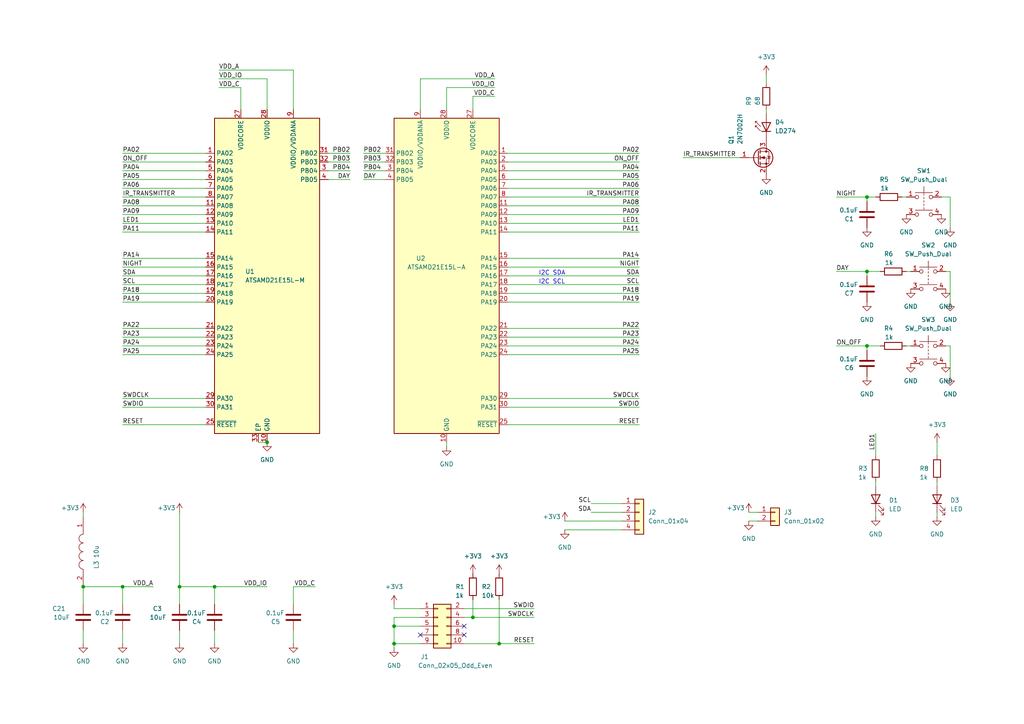
<source format=kicad_sch>
(kicad_sch (version 20211123) (generator eeschema)
  (paper "A4")
  (lib_symbols
    (symbol "Connector_Generic:Conn_01x02" (pin_names (offset 1.016) hide)
      (property "Reference" "J" (at 0 2.54 0))
      (property "Value" "Conn_01x02" (at 0 -5.08 0))
      (symbol "Conn_01x02_1_1"
        (rectangle (start -1.27 -2.413) (end 0 -2.667) (stroke (width 0.1524)))
        (rectangle (start -1.27 0.127) (end 0 -0.127) (stroke (width 0.1524)))
        (rectangle (start -1.27 1.27) (end 1.27 -3.81) (stroke (width 0.254)) (fill (type background)))
        (pin passive line (at -5.08 0 0) (length 3.81) (name "Pin_1") (number "1"))
        (pin passive line (at -5.08 -2.54 0) (length 3.81) (name "Pin_2") (number "2"))
      )
    )
    (symbol "Connector_Generic:Conn_01x04" (pin_names (offset 1.016) hide)
      (property "Reference" "J" (at 0 5.08 0))
      (property "Value" "Conn_01x04" (at 0 -7.62 0))
      (symbol "Conn_01x04_1_1"
        (rectangle (start -1.27 -4.953) (end 0 -5.207) (stroke (width 0.1524)))
        (rectangle (start -1.27 -2.413) (end 0 -2.667) (stroke (width 0.1524)))
        (rectangle (start -1.27 0.127) (end 0 -0.127) (stroke (width 0.1524)))
        (rectangle (start -1.27 2.667) (end 0 2.413) (stroke (width 0.1524)))
        (rectangle (start -1.27 3.81) (end 1.27 -6.35) (stroke (width 0.254)) (fill (type background)))
        (pin passive line (at -5.08 2.54 0) (length 3.81) (name "Pin_1") (number "1"))
        (pin passive line (at -5.08 0 0) (length 3.81) (name "Pin_2") (number "2"))
        (pin passive line (at -5.08 -2.54 0) (length 3.81) (name "Pin_3") (number "3"))
        (pin passive line (at -5.08 -5.08 0) (length 3.81) (name "Pin_4") (number "4"))
      )
    )
    (symbol "Connector_Generic:Conn_02x05_Odd_Even" (pin_names (offset 1.016) hide)
      (property "Reference" "J" (at 1.27 7.62 0))
      (property "Value" "Conn_02x05_Odd_Even" (at 1.27 -7.62 0))
      (symbol "Conn_02x05_Odd_Even_1_1"
        (rectangle (start -1.27 -4.953) (end 0 -5.207) (stroke (width 0.1524)))
        (rectangle (start -1.27 -2.413) (end 0 -2.667) (stroke (width 0.1524)))
        (rectangle (start -1.27 0.127) (end 0 -0.127) (stroke (width 0.1524)))
        (rectangle (start -1.27 2.667) (end 0 2.413) (stroke (width 0.1524)))
        (rectangle (start -1.27 5.207) (end 0 4.953) (stroke (width 0.1524)))
        (rectangle (start -1.27 6.35) (end 3.81 -6.35) (stroke (width 0.254)) (fill (type background)))
        (rectangle (start 3.81 -4.953) (end 2.54 -5.207) (stroke (width 0.1524)))
        (rectangle (start 3.81 -2.413) (end 2.54 -2.667) (stroke (width 0.1524)))
        (rectangle (start 3.81 0.127) (end 2.54 -0.127) (stroke (width 0.1524)))
        (rectangle (start 3.81 2.667) (end 2.54 2.413) (stroke (width 0.1524)))
        (rectangle (start 3.81 5.207) (end 2.54 4.953) (stroke (width 0.1524)))
        (pin passive line (at -5.08 5.08 0) (length 3.81) (name "Pin_1") (number "1"))
        (pin passive line (at 7.62 -5.08 180) (length 3.81) (name "Pin_10") (number "10"))
        (pin passive line (at 7.62 5.08 180) (length 3.81) (name "Pin_2") (number "2"))
        (pin passive line (at -5.08 2.54 0) (length 3.81) (name "Pin_3") (number "3"))
        (pin passive line (at 7.62 2.54 180) (length 3.81) (name "Pin_4") (number "4"))
        (pin passive line (at -5.08 0 0) (length 3.81) (name "Pin_5") (number "5"))
        (pin passive line (at 7.62 0 180) (length 3.81) (name "Pin_6") (number "6"))
        (pin passive line (at -5.08 -2.54 0) (length 3.81) (name "Pin_7") (number "7"))
        (pin passive line (at 7.62 -2.54 180) (length 3.81) (name "Pin_8") (number "8"))
        (pin passive line (at -5.08 -5.08 0) (length 3.81) (name "Pin_9") (number "9"))
      )
    )
    (symbol "Device:C" (pin_numbers hide) (pin_names (offset 0.254))
      (property "Reference" "C" (at 0.635 2.54 0))
      (property "Value" "C" (at 0.635 -2.54 0))
      (symbol "C_0_1"
        (polyline (pts (xy -2.032 -0.762) (xy 2.032 -0.762)) (stroke (width 0.508)))
        (polyline (pts (xy -2.032 0.762) (xy 2.032 0.762)) (stroke (width 0.508)))
      )
      (symbol "C_1_1"
        (pin passive line (at 0 3.81 270) (length 2.794) (name "~") (number "1"))
        (pin passive line (at 0 -3.81 90) (length 2.794) (name "~") (number "2"))
      )
    )
    (symbol "Device:LED" (pin_numbers hide) (pin_names (offset 1.016) hide)
      (property "Reference" "D" (at 0 2.54 0))
      (property "Value" "LED" (at 0 -2.54 0))
      (symbol "LED_0_1"
        (polyline (pts (xy -1.27 -1.27) (xy -1.27 1.27)) (stroke (width 0.254)))
        (polyline (pts (xy -1.27 0) (xy 1.27 0)))
        (polyline (pts (xy 1.27 -1.27) (xy 1.27 1.27) (xy -1.27 0) (xy 1.27 -1.27)) (stroke (width 0.254)))
        (polyline (pts (xy -3.048 -0.762) (xy -4.572 -2.286) (xy -3.81 -2.286) (xy -4.572 -2.286) (xy -4.572 -1.524)))
        (polyline (pts (xy -1.778 -0.762) (xy -3.302 -2.286) (xy -2.54 -2.286) (xy -3.302 -2.286) (xy -3.302 -1.524)))
      )
      (symbol "LED_1_1"
        (pin passive line (at -3.81 0 0) (length 2.54) (name "K") (number "1"))
        (pin passive line (at 3.81 0 180) (length 2.54) (name "A") (number "2"))
      )
    )
    (symbol "Device:R" (pin_numbers hide) (pin_names (offset 0))
      (property "Reference" "R" (at 2.032 0 90))
      (property "Value" "R" (at 0 0 90))
      (symbol "R_0_1"
        (rectangle (start -1.016 -2.54) (end 1.016 2.54) (stroke (width 0.254)))
      )
      (symbol "R_1_1"
        (pin passive line (at 0 3.81 270) (length 1.27) (name "~") (number "1"))
        (pin passive line (at 0 -3.81 90) (length 1.27) (name "~") (number "2"))
      )
    )
    (symbol "LED:LD274" (pin_numbers hide) (pin_names (offset 1.016) hide)
      (property "Reference" "D" (at 0.508 1.778 0))
      (property "Value" "LD274" (at -1.016 -2.794 0))
      (symbol "LD274_0_1"
        (polyline (pts (xy -2.54 1.27) (xy -2.54 -1.27)) (stroke (width 0.254)))
        (polyline (pts (xy 0 0) (xy -2.54 0)))
        (polyline (pts (xy 0.381 3.175) (xy -0.127 3.175)))
        (polyline (pts (xy -1.143 1.651) (xy 0.381 3.175) (xy 0.381 2.667)))
        (polyline (pts (xy 0 -1.27) (xy -2.54 0) (xy 0 1.27) (xy 0 -1.27)) (stroke (width 0.254)))
        (polyline (pts (xy -2.413 1.651) (xy -0.889 3.175) (xy -0.889 2.667) (xy -0.889 3.175) (xy -1.397 3.175)))
      )
      (symbol "LD274_1_1"
        (pin passive line (at -5.08 0 0) (length 2.54) (name "K") (number "1"))
        (pin passive line (at 2.54 0 180) (length 2.54) (name "A") (number "2"))
      )
    )
    (symbol "MCU_Microchip_SAMD:ATSAMD21E15L-A"
      (property "Reference" "U" (at 0 2.54 0))
      (property "Value" "ATSAMD21E15L-A" (at 0 -2.54 0))
      (symbol "ATSAMD21E15L-A_1_1"
        (rectangle (start -15.24 45.72) (end 15.24 -45.72) (stroke (width 0.254)) (fill (type background)))
        (pin bidirectional line (at -17.78 35.56 0) (length 2.54) (name "PA02") (number "1"))
        (pin power_in line (at 0 -48.26 90) (length 2.54) (name "GND") (number "10"))
        (pin bidirectional line (at -17.78 20.32 0) (length 2.54) (name "PA08") (number "11"))
        (pin bidirectional line (at -17.78 17.78 0) (length 2.54) (name "PA09") (number "12"))
        (pin bidirectional line (at -17.78 15.24 0) (length 2.54) (name "PA10") (number "13"))
        (pin bidirectional line (at -17.78 12.7 0) (length 2.54) (name "PA11") (number "14"))
        (pin bidirectional line (at -17.78 5.08 0) (length 2.54) (name "PA14") (number "15"))
        (pin bidirectional line (at -17.78 2.54 0) (length 2.54) (name "PA15") (number "16"))
        (pin bidirectional line (at -17.78 0 0) (length 2.54) (name "PA16") (number "17"))
        (pin bidirectional line (at -17.78 -2.54 0) (length 2.54) (name "PA17") (number "18"))
        (pin bidirectional line (at -17.78 -5.08 0) (length 2.54) (name "PA18") (number "19"))
        (pin bidirectional line (at -17.78 33.02 0) (length 2.54) (name "PA03") (number "2"))
        (pin bidirectional line (at -17.78 -7.62 0) (length 2.54) (name "PA19") (number "20"))
        (pin bidirectional line (at -17.78 -15.24 0) (length 2.54) (name "PA22") (number "21"))
        (pin bidirectional line (at -17.78 -17.78 0) (length 2.54) (name "PA23") (number "22"))
        (pin bidirectional line (at -17.78 -20.32 0) (length 2.54) (name "PA24") (number "23"))
        (pin bidirectional line (at -17.78 -22.86 0) (length 2.54) (name "PA25") (number "24"))
        (pin input line (at -17.78 -43.18 0) (length 2.54) (name "~{RESET}") (number "25"))
        (pin passive line (at 0 -48.26 90) (length 2.54) hide (name "GND") (number "26"))
        (pin power_out line (at -7.62 48.26 270) (length 2.54) (name "VDDCORE") (number "27"))
        (pin power_in line (at 0 48.26 270) (length 2.54) (name "VDDIO") (number "28"))
        (pin bidirectional line (at -17.78 -35.56 0) (length 2.54) (name "PA30") (number "29"))
        (pin bidirectional line (at 17.78 30.48 180) (length 2.54) (name "PB04") (number "3"))
        (pin bidirectional line (at -17.78 -38.1 0) (length 2.54) (name "PA31") (number "30"))
        (pin bidirectional line (at 17.78 35.56 180) (length 2.54) (name "PB02") (number "31"))
        (pin bidirectional line (at 17.78 33.02 180) (length 2.54) (name "PB03") (number "32"))
        (pin bidirectional line (at 17.78 27.94 180) (length 2.54) (name "PB05") (number "4"))
        (pin bidirectional line (at -17.78 30.48 0) (length 2.54) (name "PA04") (number "5"))
        (pin bidirectional line (at -17.78 27.94 0) (length 2.54) (name "PA05") (number "6"))
        (pin bidirectional line (at -17.78 25.4 0) (length 2.54) (name "PA06") (number "7"))
        (pin bidirectional line (at -17.78 22.86 0) (length 2.54) (name "PA07") (number "8"))
        (pin power_in line (at 7.62 48.26 270) (length 2.54) (name "VDDIO/VDDANA") (number "9"))
      )
    )
    (symbol "MCU_Microchip_SAMD:ATSAMD21E15L-M"
      (property "Reference" "U" (at 0 2.54 0))
      (property "Value" "ATSAMD21E15L-M" (at 0 -2.54 0))
      (symbol "ATSAMD21E15L-M_1_1"
        (rectangle (start -15.24 45.72) (end 15.24 -45.72) (stroke (width 0.254)) (fill (type background)))
        (pin bidirectional line (at -17.78 35.56 0) (length 2.54) (name "PA02") (number "1"))
        (pin power_in line (at 0 -48.26 90) (length 2.54) (name "GND") (number "10"))
        (pin bidirectional line (at -17.78 20.32 0) (length 2.54) (name "PA08") (number "11"))
        (pin bidirectional line (at -17.78 17.78 0) (length 2.54) (name "PA09") (number "12"))
        (pin bidirectional line (at -17.78 15.24 0) (length 2.54) (name "PA10") (number "13"))
        (pin bidirectional line (at -17.78 12.7 0) (length 2.54) (name "PA11") (number "14"))
        (pin bidirectional line (at -17.78 5.08 0) (length 2.54) (name "PA14") (number "15"))
        (pin bidirectional line (at -17.78 2.54 0) (length 2.54) (name "PA15") (number "16"))
        (pin bidirectional line (at -17.78 0 0) (length 2.54) (name "PA16") (number "17"))
        (pin bidirectional line (at -17.78 -2.54 0) (length 2.54) (name "PA17") (number "18"))
        (pin bidirectional line (at -17.78 -5.08 0) (length 2.54) (name "PA18") (number "19"))
        (pin bidirectional line (at -17.78 33.02 0) (length 2.54) (name "PA03") (number "2"))
        (pin bidirectional line (at -17.78 -7.62 0) (length 2.54) (name "PA19") (number "20"))
        (pin bidirectional line (at -17.78 -15.24 0) (length 2.54) (name "PA22") (number "21"))
        (pin bidirectional line (at -17.78 -17.78 0) (length 2.54) (name "PA23") (number "22"))
        (pin bidirectional line (at -17.78 -20.32 0) (length 2.54) (name "PA24") (number "23"))
        (pin bidirectional line (at -17.78 -22.86 0) (length 2.54) (name "PA25") (number "24"))
        (pin input line (at -17.78 -43.18 0) (length 2.54) (name "~{RESET}") (number "25"))
        (pin passive line (at 0 -48.26 90) (length 2.54) hide (name "GND") (number "26"))
        (pin power_out line (at -7.62 48.26 270) (length 2.54) (name "VDDCORE") (number "27"))
        (pin power_in line (at 0 48.26 270) (length 2.54) (name "VDDIO") (number "28"))
        (pin bidirectional line (at -17.78 -35.56 0) (length 2.54) (name "PA30") (number "29"))
        (pin bidirectional line (at 17.78 30.48 180) (length 2.54) (name "PB04") (number "3"))
        (pin bidirectional line (at -17.78 -38.1 0) (length 2.54) (name "PA31") (number "30"))
        (pin bidirectional line (at 17.78 35.56 180) (length 2.54) (name "PB02") (number "31"))
        (pin bidirectional line (at 17.78 33.02 180) (length 2.54) (name "PB03") (number "32"))
        (pin passive line (at -2.54 -48.26 90) (length 2.54) (name "EP") (number "33"))
        (pin bidirectional line (at 17.78 27.94 180) (length 2.54) (name "PB05") (number "4"))
        (pin bidirectional line (at -17.78 30.48 0) (length 2.54) (name "PA04") (number "5"))
        (pin bidirectional line (at -17.78 27.94 0) (length 2.54) (name "PA05") (number "6"))
        (pin bidirectional line (at -17.78 25.4 0) (length 2.54) (name "PA06") (number "7"))
        (pin bidirectional line (at -17.78 22.86 0) (length 2.54) (name "PA07") (number "8"))
        (pin power_in line (at 7.62 48.26 270) (length 2.54) (name "VDDIO/VDDANA") (number "9"))
      )
    )
    (symbol "SamacSys_Parts:LQM21DH100M70L" (pin_names (offset 0.762))
      (property "Reference" "L" (at 16.51 6.35 0))
      (property "Value" "LQM21DH100M70L" (at 16.51 3.81 0))
      (symbol "LQM21DH100M70L_0_0"
        (pin passive line (at 0 0 0) (length 5.08) (name "~") (number "1"))
        (pin passive line (at 20.32 0 180) (length 5.08) (name "~") (number "2"))
      )
      (symbol "LQM21DH100M70L_0_1"
        (arc (start 5.08 0) (mid 6.35 -1.3218) (end 7.62 0) (stroke (width 0.1524)))
        (arc (start 7.62 0) (mid 8.89 -1.3218) (end 10.16 0) (stroke (width 0.1524)))
        (arc (start 10.16 0) (mid 11.43 -1.3218) (end 12.7 0) (stroke (width 0.1524)))
        (arc (start 12.7 0) (mid 13.97 -1.3218) (end 15.24 0) (stroke (width 0.1524)))
      )
    )
    (symbol "Switch:SW_Push_Dual" (pin_names (offset 1.016) hide)
      (property "Reference" "SW" (at 1.27 2.54 0))
      (property "Value" "SW_Push_Dual" (at 0 -6.858 0))
      (symbol "SW_Push_Dual_0_1"
        (circle (center -2.032 -5.08) (radius 0.508))
        (circle (center -2.032 0) (radius 0.508))
        (polyline (pts (xy 0 -3.048) (xy 0 -3.556)))
        (polyline (pts (xy 0 -2.032) (xy 0 -2.54)))
        (polyline (pts (xy 0 -1.524) (xy 0 -1.016)))
        (polyline (pts (xy 0 -0.508) (xy 0 0)))
        (polyline (pts (xy 0 0.508) (xy 0 1.016)))
        (polyline (pts (xy 0 1.27) (xy 0 3.048)))
        (polyline (pts (xy 2.54 -3.81) (xy -2.54 -3.81)))
        (polyline (pts (xy 2.54 1.27) (xy -2.54 1.27)))
        (circle (center 2.032 -5.08) (radius 0.508))
        (circle (center 2.032 0) (radius 0.508))
        (pin passive line (at -5.08 0 0) (length 2.54) (name "1") (number "1"))
        (pin passive line (at 5.08 0 180) (length 2.54) (name "2") (number "2"))
        (pin passive line (at -5.08 -5.08 0) (length 2.54) (name "3") (number "3"))
        (pin passive line (at 5.08 -5.08 180) (length 2.54) (name "4") (number "4"))
      )
    )
    (symbol "Transistor_FET:2N7002H" (pin_names hide)
      (property "Reference" "Q" (at 5.08 1.905 0))
      (property "Value" "2N7002H" (at 5.08 0 0))
      (symbol "2N7002H_0_1"
        (polyline (pts (xy 0.254 0) (xy -2.54 0)))
        (polyline (pts (xy 0.254 1.905) (xy 0.254 -1.905)) (stroke (width 0.254)))
        (polyline (pts (xy 0.762 -1.27) (xy 0.762 -2.286)) (stroke (width 0.254)))
        (polyline (pts (xy 0.762 0.508) (xy 0.762 -0.508)) (stroke (width 0.254)))
        (polyline (pts (xy 0.762 2.286) (xy 0.762 1.27)) (stroke (width 0.254)))
        (polyline (pts (xy 2.54 2.54) (xy 2.54 1.778)))
        (polyline (pts (xy 2.54 -2.54) (xy 2.54 0) (xy 0.762 0)))
        (polyline (pts (xy 0.762 -1.778) (xy 3.302 -1.778) (xy 3.302 1.778) (xy 0.762 1.778)))
        (polyline (pts (xy 1.016 0) (xy 2.032 0.381) (xy 2.032 -0.381) (xy 1.016 0)) (fill (type outline)))
        (polyline (pts (xy 2.794 0.508) (xy 2.921 0.381) (xy 3.683 0.381) (xy 3.81 0.254)))
        (polyline (pts (xy 3.302 0.381) (xy 2.921 -0.254) (xy 3.683 -0.254) (xy 3.302 0.381)))
        (circle (center 1.651 0) (radius 2.794) (stroke (width 0.254)))
        (circle (center 2.54 -1.778) (radius 0.254) (fill (type outline)))
        (circle (center 2.54 1.778) (radius 0.254) (fill (type outline)))
      )
      (symbol "2N7002H_1_1"
        (pin input line (at -5.08 0 0) (length 2.54) (name "G") (number "1"))
        (pin passive line (at 2.54 -5.08 90) (length 2.54) (name "S") (number "2"))
        (pin passive line (at 2.54 5.08 270) (length 2.54) (name "D") (number "3"))
      )
    )
    (symbol "power:+3V3" (power) (pin_names (offset 0))
      (property "Value" "+3V3" (at 0 3.556 0))
      (symbol "+3V3_0_1"
        (polyline (pts (xy -0.762 1.27) (xy 0 2.54)))
        (polyline (pts (xy 0 0) (xy 0 2.54)))
        (polyline (pts (xy 0 2.54) (xy 0.762 1.27)))
      )
      (symbol "+3V3_1_1"
        (pin power_in line (at 0 0 90) (length 0) hide (name "+3V3") (number "1"))
      )
    )
    (symbol "power:GND" (power) (pin_names (offset 0))
      (property "Value" "GND" (at 0 -3.81 0))
      (symbol "GND_0_1"
        (polyline (pts (xy 0 0) (xy 0 -1.27) (xy 1.27 -1.27) (xy 0 -2.54) (xy -1.27 -1.27) (xy 0 -1.27)))
      )
      (symbol "GND_1_1"
        (pin power_in line (at 0 0 270) (length 0) hide (name "GND") (number "1"))
      )
    )
  )
  (junction (at 144.78 186.69))
  (junction (at 137.16 179.07))
  (junction (at 62.23 170.18))
  (junction (at 114.3 181.61))
  (junction (at 251.46 57.15))
  (junction (at 114.3 186.69))
  (junction (at 24.13 170.18))
  (junction (at 251.46 100.33))
  (junction (at 251.46 78.74))
  (junction (at 52.07 170.18))
  (junction (at 77.47 128.27))
  (junction (at 35.56 170.18))
  (no_connect (at 121.92 184.15))
  (no_connect (at 134.62 181.61))
  (no_connect (at 134.62 184.15))
  (wire (pts (xy 144.78 173.99) (xy 144.78 186.69)))
  (wire (pts (xy 35.56 54.61) (xy 59.69 54.61)))
  (wire (pts (xy 52.07 148.59) (xy 52.07 170.18)))
  (wire (pts (xy 147.32 85.09) (xy 185.42 85.09)))
  (wire (pts (xy 147.32 123.19) (xy 185.42 123.19)))
  (wire (pts (xy 35.56 57.15) (xy 59.69 57.15)))
  (wire (pts (xy 171.45 146.05) (xy 180.34 146.05)))
  (wire (pts (xy 171.45 148.59) (xy 180.34 148.59)))
  (wire (pts (xy 35.56 100.33) (xy 59.69 100.33)))
  (wire (pts (xy 85.09 182.88) (xy 85.09 186.69)))
  (wire (pts (xy 275.59 57.15) (xy 275.59 66.04)))
  (wire (pts (xy 251.46 58.42) (xy 251.46 57.15)))
  (wire (pts (xy 147.32 64.77) (xy 185.42 64.77)))
  (wire (pts (xy 114.3 175.26) (xy 114.3 176.53)))
  (wire (pts (xy 242.57 57.15) (xy 251.46 57.15)))
  (wire (pts (xy 222.25 31.75) (xy 222.25 33.02)))
  (wire (pts (xy 95.25 44.45) (xy 101.6 44.45)))
  (wire (pts (xy 35.56 59.69) (xy 59.69 59.69)))
  (wire (pts (xy 242.57 78.74) (xy 251.46 78.74)))
  (wire (pts (xy 111.76 44.45) (xy 105.41 44.45)))
  (wire (pts (xy 35.56 82.55) (xy 59.69 82.55)))
  (wire (pts (xy 274.32 100.33) (xy 275.59 100.33)))
  (wire (pts (xy 24.13 148.59) (xy 24.13 149.86)))
  (wire (pts (xy 35.56 64.77) (xy 59.69 64.77)))
  (wire (pts (xy 114.3 176.53) (xy 121.92 176.53)))
  (wire (pts (xy 275.59 78.74) (xy 274.32 78.74)))
  (wire (pts (xy 77.47 22.86) (xy 63.5 22.86)))
  (wire (pts (xy 147.32 97.79) (xy 185.42 97.79)))
  (wire (pts (xy 114.3 186.69) (xy 121.92 186.69)))
  (wire (pts (xy 24.13 182.88) (xy 24.13 186.69)))
  (wire (pts (xy 251.46 100.33) (xy 255.27 100.33)))
  (wire (pts (xy 35.56 115.57) (xy 59.69 115.57)))
  (wire (pts (xy 35.56 87.63) (xy 59.69 87.63)))
  (wire (pts (xy 254 148.59) (xy 254 149.86)))
  (wire (pts (xy 147.32 100.33) (xy 185.42 100.33)))
  (wire (pts (xy 24.13 170.18) (xy 35.56 170.18)))
  (wire (pts (xy 62.23 175.26) (xy 62.23 170.18)))
  (wire (pts (xy 134.62 186.69) (xy 144.78 186.69)))
  (wire (pts (xy 147.32 54.61) (xy 185.42 54.61)))
  (wire (pts (xy 134.62 176.53) (xy 154.94 176.53)))
  (wire (pts (xy 35.56 49.53) (xy 59.69 49.53)))
  (wire (pts (xy 271.78 139.7) (xy 271.78 140.97)))
  (wire (pts (xy 254 139.7) (xy 254 140.97)))
  (wire (pts (xy 147.32 87.63) (xy 185.42 87.63)))
  (wire (pts (xy 63.5 25.4) (xy 69.85 25.4)))
  (wire (pts (xy 198.12 45.72) (xy 214.63 45.72)))
  (wire (pts (xy 262.89 78.74) (xy 264.16 78.74)))
  (wire (pts (xy 144.78 186.69) (xy 154.94 186.69)))
  (wire (pts (xy 121.92 31.75) (xy 121.92 22.86)))
  (wire (pts (xy 275.59 87.63) (xy 275.59 78.74)))
  (wire (pts (xy 147.32 52.07) (xy 185.42 52.07)))
  (wire (pts (xy 35.56 186.69) (xy 35.56 182.88)))
  (wire (pts (xy 85.09 31.75) (xy 85.09 20.32)))
  (wire (pts (xy 85.09 175.26) (xy 85.09 170.18)))
  (wire (pts (xy 105.41 52.07) (xy 111.76 52.07)))
  (wire (pts (xy 217.17 148.59) (xy 219.71 148.59)))
  (wire (pts (xy 147.32 44.45) (xy 185.42 44.45)))
  (wire (pts (xy 35.56 118.11) (xy 59.69 118.11)))
  (wire (pts (xy 147.32 67.31) (xy 185.42 67.31)))
  (wire (pts (xy 95.25 49.53) (xy 101.6 49.53)))
  (wire (pts (xy 222.25 21.59) (xy 222.25 24.13)))
  (wire (pts (xy 254 125.73) (xy 254 132.08)))
  (wire (pts (xy 147.32 115.57) (xy 185.42 115.57)))
  (wire (pts (xy 35.56 46.99) (xy 59.69 46.99)))
  (wire (pts (xy 35.56 77.47) (xy 59.69 77.47)))
  (wire (pts (xy 271.78 148.59) (xy 271.78 149.86)))
  (wire (pts (xy 242.57 100.33) (xy 251.46 100.33)))
  (wire (pts (xy 35.56 74.93) (xy 59.69 74.93)))
  (wire (pts (xy 134.62 179.07) (xy 137.16 179.07)))
  (wire (pts (xy 163.83 153.67) (xy 180.34 153.67)))
  (wire (pts (xy 52.07 170.18) (xy 52.07 175.26)))
  (wire (pts (xy 251.46 78.74) (xy 255.27 78.74)))
  (wire (pts (xy 273.05 57.15) (xy 275.59 57.15)))
  (wire (pts (xy 35.56 123.19) (xy 59.69 123.19)))
  (wire (pts (xy 251.46 80.01) (xy 251.46 78.74)))
  (wire (pts (xy 35.56 67.31) (xy 59.69 67.31)))
  (wire (pts (xy 121.92 181.61) (xy 114.3 181.61)))
  (wire (pts (xy 129.54 31.75) (xy 129.54 25.4)))
  (wire (pts (xy 147.32 59.69) (xy 185.42 59.69)))
  (wire (pts (xy 147.32 118.11) (xy 185.42 118.11)))
  (wire (pts (xy 147.32 49.53) (xy 185.42 49.53)))
  (wire (pts (xy 185.42 46.99) (xy 147.32 46.99)))
  (wire (pts (xy 129.54 129.54) (xy 129.54 128.27)))
  (wire (pts (xy 114.3 179.07) (xy 114.3 181.61)))
  (wire (pts (xy 261.62 57.15) (xy 262.89 57.15)))
  (wire (pts (xy 271.78 128.27) (xy 271.78 132.08)))
  (wire (pts (xy 137.16 173.99) (xy 137.16 179.07)))
  (wire (pts (xy 185.42 62.23) (xy 147.32 62.23)))
  (wire (pts (xy 147.32 95.25) (xy 185.42 95.25)))
  (wire (pts (xy 137.16 179.07) (xy 154.94 179.07)))
  (wire (pts (xy 185.42 102.87) (xy 147.32 102.87)))
  (wire (pts (xy 251.46 57.15) (xy 254 57.15)))
  (wire (pts (xy 264.16 100.33) (xy 262.89 100.33)))
  (wire (pts (xy 35.56 44.45) (xy 59.69 44.45)))
  (wire (pts (xy 137.16 27.94) (xy 143.51 27.94)))
  (wire (pts (xy 147.32 57.15) (xy 185.42 57.15)))
  (wire (pts (xy 137.16 31.75) (xy 137.16 27.94)))
  (wire (pts (xy 85.09 170.18) (xy 91.44 170.18)))
  (wire (pts (xy 147.32 74.93) (xy 185.42 74.93)))
  (wire (pts (xy 35.56 95.25) (xy 59.69 95.25)))
  (wire (pts (xy 35.56 175.26) (xy 35.56 170.18)))
  (wire (pts (xy 77.47 31.75) (xy 77.47 22.86)))
  (wire (pts (xy 147.32 80.01) (xy 185.42 80.01)))
  (wire (pts (xy 52.07 170.18) (xy 62.23 170.18)))
  (wire (pts (xy 69.85 25.4) (xy 69.85 31.75)))
  (wire (pts (xy 74.93 128.27) (xy 77.47 128.27)))
  (wire (pts (xy 147.32 77.47) (xy 185.42 77.47)))
  (wire (pts (xy 163.83 151.13) (xy 180.34 151.13)))
  (wire (pts (xy 121.92 22.86) (xy 143.51 22.86)))
  (wire (pts (xy 35.56 97.79) (xy 59.69 97.79)))
  (wire (pts (xy 62.23 182.88) (xy 62.23 186.69)))
  (wire (pts (xy 35.56 85.09) (xy 59.69 85.09)))
  (wire (pts (xy 35.56 62.23) (xy 59.69 62.23)))
  (wire (pts (xy 114.3 186.69) (xy 114.3 187.96)))
  (wire (pts (xy 147.32 82.55) (xy 185.42 82.55)))
  (wire (pts (xy 35.56 170.18) (xy 44.45 170.18)))
  (wire (pts (xy 275.59 100.33) (xy 275.59 109.22)))
  (wire (pts (xy 251.46 101.6) (xy 251.46 100.33)))
  (wire (pts (xy 95.25 52.07) (xy 101.6 52.07)))
  (wire (pts (xy 52.07 182.88) (xy 52.07 186.69)))
  (wire (pts (xy 121.92 179.07) (xy 114.3 179.07)))
  (wire (pts (xy 114.3 181.61) (xy 114.3 186.69)))
  (wire (pts (xy 35.56 102.87) (xy 59.69 102.87)))
  (wire (pts (xy 95.25 46.99) (xy 101.6 46.99)))
  (wire (pts (xy 24.13 175.26) (xy 24.13 170.18)))
  (wire (pts (xy 105.41 49.53) (xy 111.76 49.53)))
  (wire (pts (xy 63.5 20.32) (xy 85.09 20.32)))
  (wire (pts (xy 129.54 25.4) (xy 143.51 25.4)))
  (wire (pts (xy 59.69 52.07) (xy 35.56 52.07)))
  (wire (pts (xy 111.76 46.99) (xy 105.41 46.99)))
  (wire (pts (xy 217.17 151.13) (xy 219.71 151.13)))
  (wire (pts (xy 35.56 80.01) (xy 59.69 80.01)))
  (wire (pts (xy 62.23 170.18) (xy 77.47 170.18)))
  (text "I2C SDA\n" (at 156.21 80.01 0) (effects (font (size 1.27 1.27)) (justify left bottom)))
  (text "I2C SCL\n" (at 156.21 82.55 0) (effects (font (size 1.27 1.27)) (justify left bottom)))
  (label "PB02" (at 101.6 44.45 180))
  (label "IR_TRANSMITTER" (at 198.12 45.72 0))
  (label "PA06" (at 185.42 54.61 180))
  (label "PB04" (at 101.6 49.53 180))
  (label "SDA" (at 185.42 80.01 180))
  (label "PA09" (at 185.42 62.23 180))
  (label "VDD_A" (at 44.45 170.18 180))
  (label "PA08" (at 185.42 59.69 180))
  (label "DAY" (at 242.57 78.74 0))
  (label "SWDCLK" (at 35.56 115.57 0))
  (label "RESET" (at 185.42 123.19 180))
  (label "PA25" (at 35.56 102.87 0))
  (label "PB03" (at 105.41 46.99 0))
  (label "LED1" (at 35.56 64.77 0))
  (label "VDD_C" (at 143.51 27.94 180))
  (label "PA23" (at 35.56 97.79 0))
  (label "SWDIO" (at 154.94 176.53 180))
  (label "SWDCLK" (at 185.42 115.57 180))
  (label "PA23" (at 185.42 97.79 180))
  (label "PA19" (at 35.56 87.63 0))
  (label "PA04" (at 35.56 49.53 0))
  (label "PA18" (at 35.56 85.09 0))
  (label "PA08" (at 35.56 59.69 0))
  (label "SDA" (at 35.56 80.01 0))
  (label "VDD_A" (at 63.5 20.32 0))
  (label "PA22" (at 35.56 95.25 0))
  (label "SDA" (at 171.45 148.59 180))
  (label "DAY" (at 105.41 52.07 0))
  (label "DAY" (at 101.6 52.07 180))
  (label "NIGHT" (at 242.57 57.15 0))
  (label "SWDCLK" (at 154.94 179.07 180))
  (label "VDD_IO" (at 63.5 22.86 0))
  (label "PA24" (at 35.56 100.33 0))
  (label "PA11" (at 35.56 67.31 0))
  (label "PA05" (at 185.42 52.07 180))
  (label "RESET" (at 35.56 123.19 0))
  (label "RESET" (at 154.94 186.69 180))
  (label "PA19" (at 185.42 87.63 180))
  (label "VDD_C" (at 63.5 25.4 0))
  (label "PA24" (at 185.42 100.33 180))
  (label "PA02" (at 35.56 44.45 0))
  (label "PA09" (at 35.56 62.23 0))
  (label "ON_OFF" (at 35.56 46.99 0))
  (label "VDD_IO" (at 77.47 170.18 180))
  (label "VDD_A" (at 143.51 22.86 180))
  (label "SCL" (at 185.42 82.55 180))
  (label "SCL" (at 171.45 146.05 180))
  (label "PB04" (at 105.41 49.53 0))
  (label "VDD_IO" (at 143.51 25.4 180))
  (label "PA18" (at 185.42 85.09 180))
  (label "PA14" (at 185.42 74.93 180))
  (label "IR_TRANSMITTER" (at 35.56 57.15 0))
  (label "PA25" (at 185.42 102.87 180))
  (label "SCL" (at 35.56 82.55 0))
  (label "ON_OFF" (at 185.42 46.99 180))
  (label "SWDIO" (at 185.42 118.11 180))
  (label "PA22" (at 185.42 95.25 180))
  (label "LED1" (at 254 125.73 270))
  (label "ON_OFF" (at 242.57 100.33 0))
  (label "PA04" (at 185.42 49.53 180))
  (label "IR_TRANSMITTER" (at 185.42 57.15 180))
  (label "PA02" (at 185.42 44.45 180))
  (label "VDD_C" (at 91.44 170.18 180))
  (label "PA05" (at 35.56 52.07 0))
  (label "PB03" (at 101.6 46.99 180))
  (label "NIGHT" (at 185.42 77.47 180))
  (label "PA14" (at 35.56 74.93 0))
  (label "PB02" (at 105.41 44.45 0))
  (label "NIGHT" (at 35.56 77.47 0))
  (label "LED1" (at 185.42 64.77 180))
  (label "PA06" (at 35.56 54.61 0))
  (label "PA11" (at 185.42 67.31 180))
  (label "SWDIO" (at 35.56 118.11 0))
  (symbol (lib_id "Switch:SW_Push_Dual") (at 267.97 57.15 0) (unit 1)
    (property "Reference" "SW1" (at 267.97 49.53 0))
    (property "Value" "SW_Push_Dual" (at 267.97 52.07 0))
    (property "Footprint" "SamacSys_Parts:Tlacitko" (effects hide))
  )
  (symbol (lib_id "power:GND") (at 273.05 62.23 0) (unit 1)
    (property "Reference" "#PWR0130" (effects hide))
    (property "Value" "GND" (at 273.05 67.31 0))
  )
  (symbol (lib_id "power:GND") (at 217.17 151.13 0) (unit 1)
    (property "Reference" "#PWR0128" (effects hide))
    (property "Value" "GND" (at 217.17 156.21 0))
  )
  (symbol (lib_id "power:GND") (at 274.32 105.41 0) (unit 1)
    (property "Reference" "#PWR0131" (effects hide))
    (property "Value" "GND" (at 274.32 110.49 0))
  )
  (symbol (lib_id "MCU_Microchip_SAMD:ATSAMD21E15L-M") (at 77.47 80.01 0) (unit 1)
    (property "Reference" "U1" (at 71.12 78.74 0) (effects (justify left)))
    (property "Value" "ATSAMD21E15L-M" (at 71.12 81.28 0) (effects (justify left)))
    (property "Footprint" "Package_DFN_QFN:QFN-32-1EP_5x5mm_P0.5mm_EP3.6x3.6mm" (effects hide))
    (property "Datasheet" "http://ww1.microchip.com/downloads/en/DeviceDoc/SAM_D21_DA1_Family_Data%20Sheet_DS40001882E.pdf" (effects hide))
  )
  (symbol (lib_id "Transistor_FET:2N7002H") (at 219.71 45.72 0) (unit 1)
    (property "Reference" "Q1" (at 212.09 41.91 90) (effects (justify left)))
    (property "Value" "2N7002H" (at 214.63 41.91 90) (effects (justify left)))
    (property "Footprint" "Package_TO_SOT_SMD:SOT-23" (effects hide))
    (property "Datasheet" "http://www.diodes.com/assets/Datasheets/2N7002H.pdf" (effects hide))
    (property "Shop" "https://cz.mouser.com/ProductDetail/Infineon-Technologies/2N7002H6327XTSA2?qs=OwbwYO03UsKhD7unS2LllQ%3D%3D" (effects hide))
  )
  (symbol (lib_id "power:GND") (at 114.3 187.96 0) (unit 1)
    (property "Reference" "#PWR0101" (effects hide))
    (property "Value" "GND" (at 114.3 193.04 0))
  )
  (symbol (lib_id "power:+3V3") (at 163.83 151.13 0) (unit 1)
    (property "Reference" "#PWR0126" (effects hide))
    (property "Value" "+3V3" (at 160.02 149.86 0))
  )
  (symbol (lib_id "Device:C") (at 251.46 83.82 180) (unit 1)
    (property "Reference" "C7" (at 247.65 85.09 0) (effects (justify left)))
    (property "Value" "0.1uF" (at 248.92 82.55 0) (effects (justify left)))
    (property "Footprint" "Capacitor_SMD:C_0402_1005Metric" (effects hide))
    (property "Shop" "https://cz.mouser.com/ProductDetail/TDK/C1005X7R1E104K050BB?qs=dfay7wIA1uG4zQgf5CEiiA%3D%3D" (effects hide))
  )
  (symbol (lib_id "Connector_Generic:Conn_02x05_Odd_Even") (at 127 181.61 0) (unit 1)
    (property "Reference" "J1" (at 123.19 190.5 0))
    (property "Value" "Conn_02x05_Odd_Even" (at 132.08 193.04 0))
    (property "Footprint" "Connector_PinHeader_1.27mm:PinHeader_2x05_P1.27mm_Vertical" (effects hide))
    (property "Shop" "https://cz.mouser.com/ProductDetail/Samtec/TFM-105-02-S-D-P-TR?qs=0lQeLiL1qyZkzU6Gp763VA%3D%3D" (effects hide))
  )
  (symbol (lib_id "power:GND") (at 271.78 149.86 0) (unit 1)
    (property "Reference" "#PWR0117" (effects hide))
    (property "Value" "GND" (at 271.78 154.94 0))
  )
  (symbol (lib_id "power:+3V3") (at 24.13 148.59 0) (unit 1)
    (property "Reference" "#PWR0113" (effects hide))
    (property "Value" "+3V3" (at 20.32 147.32 0))
  )
  (symbol (lib_id "power:+3V3") (at 144.78 166.37 0) (unit 1)
    (property "Reference" "#PWR0107" (effects hide))
    (property "Value" "+3V3" (at 144.78 161.29 0))
  )
  (symbol (lib_id "power:GND") (at 163.83 153.67 0) (unit 1)
    (property "Reference" "#PWR0127" (effects hide))
    (property "Value" "GND" (at 163.83 158.75 0))
  )
  (symbol (lib_id "Device:C") (at 85.09 179.07 180) (unit 1)
    (property "Reference" "C5" (at 81.28 180.34 0) (effects (justify left)))
    (property "Value" "0.1uF" (at 82.55 177.8 0) (effects (justify left)))
    (property "Footprint" "Capacitor_SMD:C_0402_1005Metric" (effects hide))
    (property "Shop" "https://cz.mouser.com/ProductDetail/TDK/C1005X7R1E104K050BB?qs=dfay7wIA1uG4zQgf5CEiiA%3D%3D" (effects hide))
  )
  (symbol (lib_id "Device:C") (at 35.56 179.07 180) (unit 1)
    (property "Reference" "C2" (at 31.75 180.34 0) (effects (justify left)))
    (property "Value" "0.1uF" (at 33.02 177.8 0) (effects (justify left)))
    (property "Footprint" "Capacitor_SMD:C_0402_1005Metric" (effects hide))
    (property "Shop" "https://cz.mouser.com/ProductDetail/TDK/C1005X7R1E104K050BB?qs=dfay7wIA1uG4zQgf5CEiiA%3D%3D" (effects hide))
  )
  (symbol (lib_id "Device:R") (at 259.08 78.74 90) (unit 1)
    (property "Reference" "R6" (at 259.08 73.66 90) (effects (justify left)))
    (property "Value" "1k" (at 259.08 76.2 90) (effects (justify left)))
    (property "Footprint" "Resistor_SMD:R_0402_1005Metric" (effects hide))
    (property "Shop" "https://cz.mouser.com/ProductDetail/Bourns/CR0402AFX-1001GLF?qs=GedFDFLaBXGtEgTtdRRFew%3D%3D" (effects hide))
  )
  (symbol (lib_id "MCU_Microchip_SAMD:ATSAMD21E15L-A") (at 129.54 80.01 0) (mirror y) (unit 1)
    (property "Reference" "U2" (at 120.65 74.93 0) (effects (justify right)))
    (property "Value" "ATSAMD21E15L-A" (at 118.11 77.47 0) (effects (justify right)))
    (property "Footprint" "Package_QFP:TQFP-32_7x7mm_P0.8mm" (effects hide))
    (property "Datasheet" "http://ww1.microchip.com/downloads/en/DeviceDoc/SAM_D21_DA1_Family_Data%20Sheet_DS40001882E.pdf" (effects hide))
    (property "Shop" "https://cz.mouser.com/ProductDetail/Microchip-Technology-Atmel/ATSAMD21E15L-AFT?qs=9KdFJXLqUo8WARyYvg5fJQ%3D%3D" (effects hide))
  )
  (symbol (lib_id "Device:R") (at 257.81 57.15 90) (unit 1)
    (property "Reference" "R5" (at 257.81 52.07 90) (effects (justify left)))
    (property "Value" "1k" (at 257.81 54.61 90) (effects (justify left)))
    (property "Footprint" "Resistor_SMD:R_0402_1005Metric" (effects hide))
    (property "Shop" "https://cz.mouser.com/ProductDetail/Bourns/CR0402AFX-1001GLF?qs=GedFDFLaBXGtEgTtdRRFew%3D%3D" (effects hide))
  )
  (symbol (lib_id "Device:C") (at 52.07 179.07 180) (unit 1)
    (property "Reference" "C3" (at 46.99 176.53 0) (effects (justify left)))
    (property "Value" "10uF" (at 48.26 179.07 0) (effects (justify left)))
    (property "Footprint" "Capacitor_SMD:C_0402_1005Metric" (effects hide))
    (property "Shop" "https://cz.mouser.com/ProductDetail/Murata-Electronics/GRM155R60J106ME15D?qs=I53XXhTNm8s65u6%252BR3mHqw%3D%3D" (effects hide))
  )
  (symbol (lib_id "Device:LED") (at 254 144.78 90) (unit 1)
    (property "Reference" "D1" (at 257.81 145.0974 90) (effects (justify right)))
    (property "Value" "LED" (at 257.81 147.6374 90) (effects (justify right)))
    (property "Footprint" "LED_SMD:LED_0402_1005Metric" (effects hide))
    (property "Shop" "https://cz.mouser.com/ProductDetail/ROHM-Semiconductor/SML-P11MTT86R?qs=Ei%2Fnxee9QYjTp1Nxjct8oA%3D%3D" (effects hide))
  )
  (symbol (lib_id "Switch:SW_Push_Dual") (at 269.24 100.33 0) (unit 1)
    (property "Reference" "SW3" (at 269.24 92.71 0))
    (property "Value" "SW_Push_Dual" (at 269.24 95.25 0))
    (property "Footprint" "SamacSys_Parts:Tlacitko" (effects hide))
  )
  (symbol (lib_id "power:GND") (at 275.59 109.22 0) (unit 1)
    (property "Reference" "#PWR0121" (effects hide))
    (property "Value" "GND" (at 275.59 114.3 0))
  )
  (symbol (lib_id "power:+3V3") (at 217.17 148.59 0) (unit 1)
    (property "Reference" "#PWR0129" (effects hide))
    (property "Value" "+3V3" (at 213.36 147.32 0))
  )
  (symbol (lib_id "Device:R") (at 271.78 135.89 0) (unit 1)
    (property "Reference" "R8" (at 266.7 135.89 0) (effects (justify left)))
    (property "Value" "1k" (at 266.7 138.43 0) (effects (justify left)))
    (property "Footprint" "Resistor_SMD:R_0402_1005Metric" (effects hide))
    (property "Shop" "https://cz.mouser.com/ProductDetail/Bourns/CR0402AFX-1001GLF?qs=GedFDFLaBXGtEgTtdRRFew%3D%3D" (effects hide))
  )
  (symbol (lib_id "power:GND") (at 85.09 186.69 0) (unit 1)
    (property "Reference" "#PWR0102" (effects hide))
    (property "Value" "GND" (at 85.09 191.77 0))
  )
  (symbol (lib_id "power:GND") (at 251.46 66.04 0) (unit 1)
    (property "Reference" "#PWR0123" (effects hide))
    (property "Value" "GND" (at 251.46 71.12 0))
  )
  (symbol (lib_id "power:+3V3") (at 222.25 21.59 0) (unit 1)
    (property "Reference" "#PWR0122" (effects hide))
    (property "Value" "+3V3" (at 222.25 16.51 0))
  )
  (symbol (lib_id "power:GND") (at 274.32 83.82 0) (unit 1)
    (property "Reference" "#PWR0133" (effects hide))
    (property "Value" "GND" (at 274.32 88.9 0))
  )
  (symbol (lib_id "power:GND") (at 35.56 186.69 0) (unit 1)
    (property "Reference" "#PWR0110" (effects hide))
    (property "Value" "GND" (at 35.56 191.77 0))
  )
  (symbol (lib_id "power:GND") (at 62.23 186.69 0) (unit 1)
    (property "Reference" "#PWR0104" (effects hide))
    (property "Value" "GND" (at 62.23 191.77 0))
  )
  (symbol (lib_id "LED:LD274") (at 222.25 35.56 90) (unit 1)
    (property "Reference" "D4" (at 224.79 35.4329 90) (effects (justify right)))
    (property "Value" "LD274" (at 224.79 37.9729 90) (effects (justify right)))
    (property "Footprint" "LED_THT:LED_D5.0mm_IRGrey" (effects hide))
    (property "Datasheet" "http://pdf.datasheetcatalog.com/datasheet/siemens/LD274.pdf" (effects hide))
  )
  (symbol (lib_id "power:GND") (at 24.13 186.69 0) (unit 1)
    (property "Reference" "#PWR0109" (effects hide))
    (property "Value" "GND" (at 24.13 191.77 0))
  )
  (symbol (lib_id "power:+3V3") (at 114.3 175.26 0) (unit 1)
    (property "Reference" "#PWR0105" (effects hide))
    (property "Value" "+3V3" (at 114.3 170.18 0))
  )
  (symbol (lib_id "power:GND") (at 251.46 87.63 0) (unit 1)
    (property "Reference" "#PWR0124" (effects hide))
    (property "Value" "GND" (at 251.46 92.71 0))
  )
  (symbol (lib_id "Device:LED") (at 271.78 144.78 90) (unit 1)
    (property "Reference" "D3" (at 275.59 145.0974 90) (effects (justify right)))
    (property "Value" "LED" (at 275.59 147.6374 90) (effects (justify right)))
    (property "Footprint" "LED_SMD:LED_0402_1005Metric" (effects hide))
    (property "Shop" "https://cz.mouser.com/ProductDetail/ROHM-Semiconductor/SML-P11MTT86R?qs=Ei%2Fnxee9QYjTp1Nxjct8oA%3D%3D" (effects hide))
  )
  (symbol (lib_id "power:GND") (at 251.46 109.22 0) (unit 1)
    (property "Reference" "#PWR0119" (effects hide))
    (property "Value" "GND" (at 251.46 114.3 0))
  )
  (symbol (lib_id "power:+3V3") (at 52.07 148.59 0) (unit 1)
    (property "Reference" "#PWR0111" (effects hide))
    (property "Value" "+3V3" (at 48.26 147.32 0))
  )
  (symbol (lib_id "SamacSys_Parts:LQM21DH100M70L") (at 24.13 149.86 270) (unit 1)
    (property "Reference" "L3" (at 27.94 163.83 0))
    (property "Value" "10u" (at 27.94 160.02 0))
    (property "Footprint" "LQM21DN220N00L" (effects hide))
    (property "Datasheet" "https://psearch.en.murata.com/inductor/product/LQM21DH100M70%23.html" (effects hide))
    (property "Description" "LQM21DH_70 Series Inductor 10uH +/-20% 0805 (2012)" (effects hide))
    (property "Height" "1.45" (effects hide))
    (property "Mouser Part Number" "81-LQM21DH100M70L" (effects hide))
    (property "Mouser Price/Stock" "https://www.mouser.co.uk/ProductDetail/Murata-Electronics/LQM21DH100M70L?qs=17u8i%2FzlE8%252Ba3UoYPUWcpQ%3D%3D" (effects hide))
    (property "Manufacturer_Name" "Murata Electronics" (effects hide))
    (property "Manufacturer_Part_Number" "LQM21DH100M70L" (effects hide))
    (property "Shop" "https://cz.mouser.com/ProductDetail/Murata-Electronics/LQM21DH100M70L?qs=17u8i%2FzlE8%252Ba3UoYPUWcpQ%3D%3D" (effects hide))
  )
  (symbol (lib_id "power:GND") (at 264.16 105.41 0) (unit 1)
    (property "Reference" "#PWR0132" (effects hide))
    (property "Value" "GND" (at 264.16 110.49 0))
  )
  (symbol (lib_id "power:GND") (at 254 149.86 0) (unit 1)
    (property "Reference" "#PWR0116" (effects hide))
    (property "Value" "GND" (at 254 154.94 0))
  )
  (symbol (lib_id "Device:R") (at 222.25 27.94 180) (unit 1)
    (property "Reference" "R9" (at 217.17 27.94 90) (effects (justify left)))
    (property "Value" "68" (at 219.71 27.94 90) (effects (justify left)))
    (property "Footprint" "Resistor_SMD:R_0402_1005Metric" (effects hide))
  )
  (symbol (lib_id "Connector_Generic:Conn_01x04") (at 185.42 148.59 0) (unit 1)
    (property "Reference" "J2" (at 187.96 148.5899 0) (effects (justify left)))
    (property "Value" "Conn_01x04" (at 187.96 151.1299 0) (effects (justify left)))
    (property "Footprint" "Connector_PinHeader_2.54mm:PinHeader_1x04_P2.54mm_Vertical" (effects hide))
  )
  (symbol (lib_id "power:+3V3") (at 137.16 166.37 0) (unit 1)
    (property "Reference" "#PWR0108" (effects hide))
    (property "Value" "+3V3" (at 137.16 161.29 0))
  )
  (symbol (lib_id "power:GND") (at 275.59 87.63 0) (unit 1)
    (property "Reference" "#PWR0120" (effects hide))
    (property "Value" "GND" (at 275.59 92.71 0))
  )
  (symbol (lib_id "Device:C") (at 251.46 62.23 180) (unit 1)
    (property "Reference" "C1" (at 247.65 63.5 0) (effects (justify left)))
    (property "Value" "0.1uF" (at 248.92 60.96 0) (effects (justify left)))
    (property "Footprint" "Capacitor_SMD:C_0402_1005Metric" (effects hide))
    (property "Shop" "https://cz.mouser.com/ProductDetail/TDK/C1005X7R1E104K050BB?qs=dfay7wIA1uG4zQgf5CEiiA%3D%3D" (effects hide))
  )
  (symbol (lib_id "power:GND") (at 129.54 129.54 0) (unit 1)
    (property "Reference" "#PWR0106" (effects hide))
    (property "Value" "GND" (at 129.54 134.62 0))
  )
  (symbol (lib_id "Device:R") (at 144.78 170.18 0) (unit 1)
    (property "Reference" "R2" (at 139.7 170.18 0) (effects (justify left)))
    (property "Value" "10k" (at 139.7 172.72 0) (effects (justify left)))
    (property "Footprint" "Resistor_SMD:R_0402_1005Metric" (effects hide))
    (property "Shop" "https://cz.mouser.com/ProductDetail/YAGEO/RC0402FR-0710KL?qs=I1mnnYJTTsxUoNwrUsQExA%3D%3D" (effects hide))
  )
  (symbol (lib_id "Device:R") (at 254 135.89 0) (unit 1)
    (property "Reference" "R3" (at 248.92 135.89 0) (effects (justify left)))
    (property "Value" "1k" (at 248.92 138.43 0) (effects (justify left)))
    (property "Footprint" "Resistor_SMD:R_0402_1005Metric" (effects hide))
    (property "Shop" "https://cz.mouser.com/ProductDetail/Bourns/CR0402AFX-1001GLF?qs=GedFDFLaBXGtEgTtdRRFew%3D%3D" (effects hide))
  )
  (symbol (lib_id "Device:C") (at 251.46 105.41 180) (unit 1)
    (property "Reference" "C6" (at 247.65 106.68 0) (effects (justify left)))
    (property "Value" "0.1uF" (at 248.92 104.14 0) (effects (justify left)))
    (property "Footprint" "Capacitor_SMD:C_0402_1005Metric" (effects hide))
    (property "Shop" "https://cz.mouser.com/ProductDetail/TDK/C1005X7R1E104K050BB?qs=dfay7wIA1uG4zQgf5CEiiA%3D%3D" (effects hide))
  )
  (symbol (lib_id "power:GND") (at 264.16 83.82 0) (unit 1)
    (property "Reference" "#PWR0134" (effects hide))
    (property "Value" "GND" (at 264.16 88.9 0))
  )
  (symbol (lib_id "power:GND") (at 52.07 186.69 0) (unit 1)
    (property "Reference" "#PWR0103" (effects hide))
    (property "Value" "GND" (at 52.07 191.77 0))
  )
  (symbol (lib_id "Connector_Generic:Conn_01x02") (at 224.79 148.59 0) (unit 1)
    (property "Reference" "J3" (at 227.33 148.5899 0) (effects (justify left)))
    (property "Value" "Conn_01x02" (at 227.33 151.1299 0) (effects (justify left)))
    (property "Footprint" "Connector_PinSocket_2.54mm:PinSocket_1x02_P2.54mm_Vertical" (effects hide))
  )
  (symbol (lib_id "Device:R") (at 259.08 100.33 90) (unit 1)
    (property "Reference" "R4" (at 259.08 95.25 90) (effects (justify left)))
    (property "Value" "1k" (at 259.08 97.79 90) (effects (justify left)))
    (property "Footprint" "Resistor_SMD:R_0402_1005Metric" (effects hide))
    (property "Shop" "https://cz.mouser.com/ProductDetail/Bourns/CR0402AFX-1001GLF?qs=GedFDFLaBXGtEgTtdRRFew%3D%3D" (effects hide))
  )
  (symbol (lib_id "power:GND") (at 222.25 50.8 0) (unit 1)
    (property "Reference" "#PWR0118" (effects hide))
    (property "Value" "GND" (at 222.25 55.88 0))
  )
  (symbol (lib_id "Switch:SW_Push_Dual") (at 269.24 78.74 0) (unit 1)
    (property "Reference" "SW2" (at 269.24 71.12 0))
    (property "Value" "SW_Push_Dual" (at 269.24 73.66 0))
    (property "Footprint" "SamacSys_Parts:Tlacitko" (effects hide))
  )
  (symbol (lib_id "Device:R") (at 137.16 170.18 0) (unit 1)
    (property "Reference" "R1" (at 132.08 170.18 0) (effects (justify left)))
    (property "Value" "1k" (at 132.08 172.72 0) (effects (justify left)))
    (property "Footprint" "Resistor_SMD:R_0402_1005Metric" (effects hide))
    (property "Shop" "https://cz.mouser.com/ProductDetail/Bourns/CR0402AFX-1001GLF?qs=GedFDFLaBXGtEgTtdRRFew%3D%3D" (effects hide))
  )
  (symbol (lib_id "power:GND") (at 262.89 62.23 0) (unit 1)
    (property "Reference" "#PWR0115" (effects hide))
    (property "Value" "GND" (at 262.89 67.31 0))
  )
  (symbol (lib_id "Device:C") (at 24.13 179.07 180) (unit 1)
    (property "Reference" "C21" (at 19.05 176.53 0) (effects (justify left)))
    (property "Value" "10uF" (at 20.32 179.07 0) (effects (justify left)))
    (property "Footprint" "Capacitor_SMD:C_0402_1005Metric" (effects hide))
    (property "Shop" "https://cz.mouser.com/ProductDetail/Murata-Electronics/GRM155R60J106ME15D?qs=I53XXhTNm8s65u6%252BR3mHqw%3D%3D" (effects hide))
  )
  (symbol (lib_id "power:+3V3") (at 271.78 128.27 0) (unit 1)
    (property "Reference" "#PWR0114" (effects hide))
    (property "Value" "+3V3" (at 271.78 123.19 0))
  )
  (symbol (lib_id "power:GND") (at 77.47 128.27 0) (unit 1)
    (property "Reference" "#PWR0112" (effects hide))
    (property "Value" "GND" (at 77.47 133.35 0))
  )
  (symbol (lib_id "Device:C") (at 62.23 179.07 180) (unit 1)
    (property "Reference" "C4" (at 58.42 180.34 0) (effects (justify left)))
    (property "Value" "0.1uF" (at 59.69 177.8 0) (effects (justify left)))
    (property "Footprint" "Capacitor_SMD:C_0402_1005Metric" (effects hide))
    (property "Shop" "https://cz.mouser.com/ProductDetail/TDK/C1005X7R1E104K050BB?qs=dfay7wIA1uG4zQgf5CEiiA%3D%3D" (effects hide))
  )
  (symbol (lib_id "power:GND") (at 275.59 66.04 0) (unit 1)
    (property "Reference" "#PWR0125" (effects hide))
    (property "Value" "GND" (at 275.59 71.12 0))
  )
)
</source>
